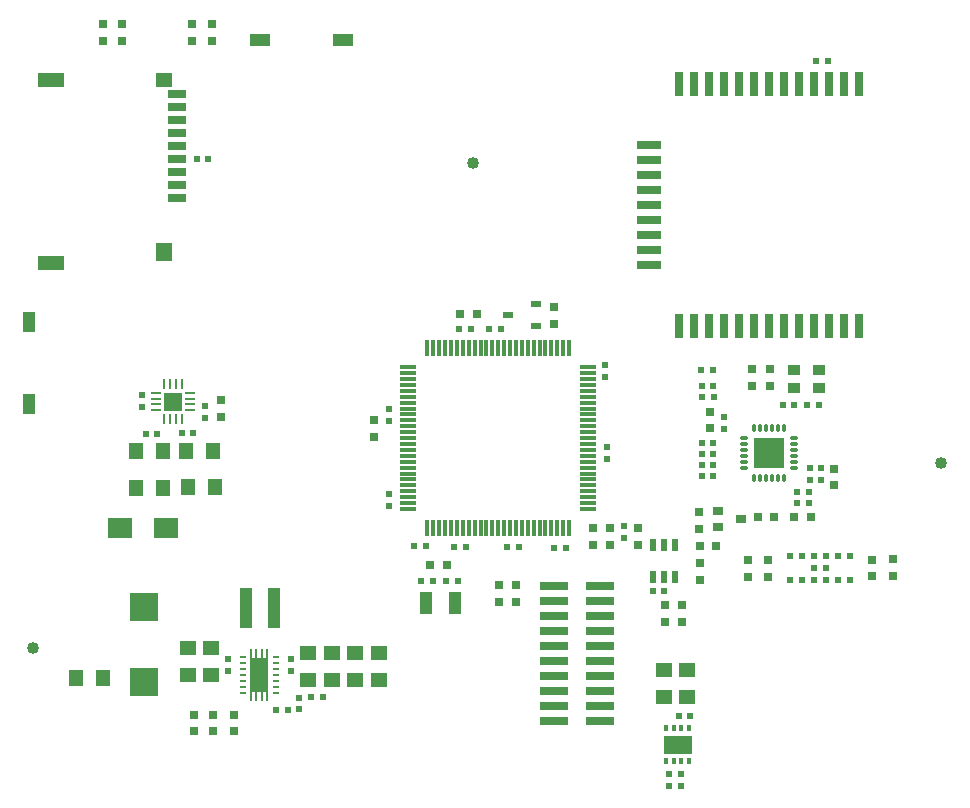
<source format=gtp>
G04 Layer_Color=8421504*
%FSTAX24Y24*%
%MOIN*%
G70*
G01*
G75*
%ADD10R,0.0236X0.0394*%
%ADD11R,0.0300X0.0300*%
%ADD12R,0.0945X0.0291*%
%ADD13R,0.0197X0.0236*%
%ADD14R,0.0236X0.0197*%
%ADD15R,0.0500X0.0550*%
%ADD16R,0.0300X0.0300*%
%ADD17R,0.0354X0.0276*%
%ADD18R,0.0550X0.0500*%
%ADD19O,0.0335X0.0098*%
%ADD20O,0.0098X0.0335*%
%ADD21R,0.0591X0.0591*%
%ADD22R,0.0575X0.0118*%
%ADD23R,0.0118X0.0575*%
%ADD24O,0.0315X0.0118*%
%ADD25O,0.0118X0.0315*%
%ADD26R,0.0984X0.0984*%
%ADD27R,0.0433X0.0748*%
%ADD28R,0.0394X0.0354*%
%ADD29R,0.0965X0.0965*%
%ADD30R,0.0386X0.1339*%
%ADD31R,0.0622X0.1122*%
%ADD32O,0.0236X0.0094*%
%ADD33R,0.0079X0.0335*%
%ADD34R,0.0118X0.0236*%
%ADD35R,0.0945X0.0622*%
%ADD36R,0.0394X0.0709*%
%ADD37C,0.0400*%
%ADD38R,0.0846X0.0650*%
%ADD39R,0.0866X0.0472*%
%ADD40R,0.0630X0.0276*%
%ADD41R,0.0551X0.0472*%
%ADD42R,0.0551X0.0630*%
%ADD43R,0.0709X0.0394*%
%ADD44R,0.0276X0.0787*%
%ADD45R,0.0787X0.0276*%
%ADD46R,0.0354X0.0236*%
D10*
X433303Y368323D02*
D03*
X433677D02*
D03*
X434051D02*
D03*
Y367241D02*
D03*
X433677D02*
D03*
X433303D02*
D03*
D11*
X428737Y366412D02*
D03*
X428177D02*
D03*
X428737Y366982D02*
D03*
X428177D02*
D03*
X438581Y369238D02*
D03*
X438021D02*
D03*
X426437Y367632D02*
D03*
X425877D02*
D03*
X433707Y366302D02*
D03*
X434267D02*
D03*
X433707Y365732D02*
D03*
X434267D02*
D03*
X436791Y369228D02*
D03*
X437351D02*
D03*
X434857Y368282D02*
D03*
X435417D02*
D03*
X426867Y376022D02*
D03*
X427427D02*
D03*
D12*
X431555Y362435D02*
D03*
Y362935D02*
D03*
Y363435D02*
D03*
Y363935D02*
D03*
Y364435D02*
D03*
Y364935D02*
D03*
Y365435D02*
D03*
Y365935D02*
D03*
Y366435D02*
D03*
Y366935D02*
D03*
X43002Y362435D02*
D03*
Y362935D02*
D03*
Y363435D02*
D03*
Y363935D02*
D03*
Y364435D02*
D03*
Y364935D02*
D03*
Y365435D02*
D03*
Y365935D02*
D03*
Y366435D02*
D03*
Y366935D02*
D03*
D13*
X418377Y372545D02*
D03*
Y372939D02*
D03*
X416267Y373309D02*
D03*
X416267Y372915D02*
D03*
X424517Y370009D02*
D03*
Y369615D02*
D03*
X431717Y373905D02*
D03*
Y374299D02*
D03*
X431757Y371175D02*
D03*
Y371569D02*
D03*
X432327Y368555D02*
D03*
Y368949D02*
D03*
X438525Y370885D02*
D03*
Y370491D02*
D03*
X438895D02*
D03*
Y370885D02*
D03*
X435677Y372185D02*
D03*
Y372579D02*
D03*
X438668Y367939D02*
D03*
Y367545D02*
D03*
X439088D02*
D03*
Y367939D02*
D03*
X421227Y364106D02*
D03*
Y3645D02*
D03*
X41913Y364513D02*
D03*
Y364119D02*
D03*
X421517Y36322D02*
D03*
Y362826D02*
D03*
X424507Y372435D02*
D03*
Y372829D02*
D03*
D14*
X417984Y372052D02*
D03*
X41759D02*
D03*
X416784Y372012D02*
D03*
X41639D02*
D03*
X42785Y375522D02*
D03*
X428244D02*
D03*
X425974Y367112D02*
D03*
X42558D02*
D03*
X425734Y368262D02*
D03*
X42534D02*
D03*
X426814Y367102D02*
D03*
X42642D02*
D03*
X427064Y368252D02*
D03*
X42667D02*
D03*
X428824Y368232D02*
D03*
X42843D02*
D03*
X430404Y368222D02*
D03*
X43001D02*
D03*
X43329Y366772D02*
D03*
X433684D02*
D03*
X438114Y369708D02*
D03*
X438508D02*
D03*
Y370078D02*
D03*
X438114D02*
D03*
X43416Y362602D02*
D03*
X434554D02*
D03*
X434224Y360672D02*
D03*
X43383D02*
D03*
X434224Y360282D02*
D03*
X43383D02*
D03*
X438447Y372982D02*
D03*
X438841D02*
D03*
X437627Y372992D02*
D03*
X438021D02*
D03*
X437886Y367942D02*
D03*
X43828D02*
D03*
X439466Y367952D02*
D03*
X43986D02*
D03*
X434924Y370618D02*
D03*
X435318D02*
D03*
X434924Y370982D02*
D03*
X435318D02*
D03*
X434924Y371345D02*
D03*
X435318D02*
D03*
X434924Y371708D02*
D03*
X435318D02*
D03*
X434934Y373238D02*
D03*
X435328D02*
D03*
X435318Y373618D02*
D03*
X434924D02*
D03*
X435314Y374142D02*
D03*
X43492D02*
D03*
X437886Y367142D02*
D03*
X43828D02*
D03*
X43986Y367152D02*
D03*
X439466D02*
D03*
X438681Y367142D02*
D03*
X439075D02*
D03*
X42075Y362813D02*
D03*
X421144D02*
D03*
X422304Y363243D02*
D03*
X42191D02*
D03*
X41809Y381182D02*
D03*
X418484D02*
D03*
X43873Y384452D02*
D03*
X439124D02*
D03*
X42684Y375522D02*
D03*
X427234D02*
D03*
D15*
X417727Y371452D02*
D03*
X418627D02*
D03*
X416967D02*
D03*
X416067Y371452D02*
D03*
X416987Y370202D02*
D03*
X416087D02*
D03*
X418697Y370232D02*
D03*
X417797D02*
D03*
X414987Y363872D02*
D03*
X414087D02*
D03*
D16*
X439355Y370298D02*
D03*
Y370858D02*
D03*
X435201Y372758D02*
D03*
Y372198D02*
D03*
X436614Y374172D02*
D03*
Y373612D02*
D03*
X415597Y385122D02*
D03*
Y385682D02*
D03*
X418607Y385682D02*
D03*
X418607Y385122D02*
D03*
X418897Y373142D02*
D03*
X418897Y372582D02*
D03*
X414967Y385682D02*
D03*
X414967Y385122D02*
D03*
X424007Y372472D02*
D03*
Y371912D02*
D03*
X431867Y368312D02*
D03*
Y368872D02*
D03*
X417947Y385682D02*
D03*
Y385122D02*
D03*
X432817Y368312D02*
D03*
Y368872D02*
D03*
X437194Y374172D02*
D03*
Y373612D02*
D03*
X434841Y368858D02*
D03*
Y369418D02*
D03*
X436467Y367812D02*
D03*
Y367252D02*
D03*
X437147Y367812D02*
D03*
Y367252D02*
D03*
X434857Y367152D02*
D03*
Y367712D02*
D03*
X441297Y367832D02*
D03*
Y367272D02*
D03*
X440607Y367822D02*
D03*
Y367262D02*
D03*
X419347Y362653D02*
D03*
Y362093D02*
D03*
X41801Y362096D02*
D03*
Y362656D02*
D03*
X418637Y362093D02*
D03*
Y362653D02*
D03*
X431297Y368872D02*
D03*
Y368312D02*
D03*
X430007Y376232D02*
D03*
Y375672D02*
D03*
D17*
X436235Y369178D02*
D03*
X435487Y368922D02*
D03*
Y369434D02*
D03*
D18*
X433667Y364142D02*
D03*
Y363242D02*
D03*
X434437Y364152D02*
D03*
Y363252D02*
D03*
X42182Y363796D02*
D03*
Y364696D02*
D03*
X4226Y363796D02*
D03*
Y364696D02*
D03*
X42338Y363796D02*
D03*
Y364696D02*
D03*
X42416Y363796D02*
D03*
Y364696D02*
D03*
X4178Y363966D02*
D03*
Y364866D02*
D03*
X41856Y363966D02*
D03*
Y364866D02*
D03*
D19*
X417888Y372797D02*
D03*
Y372994D02*
D03*
X417888Y37319D02*
D03*
Y373387D02*
D03*
X416746D02*
D03*
Y37319D02*
D03*
X416746Y372994D02*
D03*
Y372797D02*
D03*
D20*
X417613Y373663D02*
D03*
X417416D02*
D03*
X417219D02*
D03*
X417022D02*
D03*
Y372521D02*
D03*
X417219D02*
D03*
X417416D02*
D03*
X417613D02*
D03*
D21*
X417317Y373092D02*
D03*
D22*
X425145Y374234D02*
D03*
Y374037D02*
D03*
Y37384D02*
D03*
Y373644D02*
D03*
Y373447D02*
D03*
Y37325D02*
D03*
Y373053D02*
D03*
Y372856D02*
D03*
Y372659D02*
D03*
Y372463D02*
D03*
Y372266D02*
D03*
Y372069D02*
D03*
Y371872D02*
D03*
Y371675D02*
D03*
Y371478D02*
D03*
Y371281D02*
D03*
Y371085D02*
D03*
Y370888D02*
D03*
Y370691D02*
D03*
Y370494D02*
D03*
Y370297D02*
D03*
Y3701D02*
D03*
Y369903D02*
D03*
Y369707D02*
D03*
Y36951D02*
D03*
X431149D02*
D03*
Y369707D02*
D03*
Y369903D02*
D03*
Y3701D02*
D03*
Y370297D02*
D03*
Y370494D02*
D03*
Y370691D02*
D03*
Y370888D02*
D03*
Y371085D02*
D03*
Y371281D02*
D03*
Y371478D02*
D03*
Y371675D02*
D03*
Y371872D02*
D03*
Y372069D02*
D03*
Y372266D02*
D03*
Y372463D02*
D03*
Y372659D02*
D03*
Y372856D02*
D03*
Y373053D02*
D03*
Y37325D02*
D03*
Y373447D02*
D03*
Y373644D02*
D03*
Y37384D02*
D03*
Y374037D02*
D03*
Y374234D02*
D03*
D23*
X425785Y36887D02*
D03*
X425982D02*
D03*
X426179D02*
D03*
X426376D02*
D03*
X426573D02*
D03*
X426769D02*
D03*
X426966D02*
D03*
X427163D02*
D03*
X42736D02*
D03*
X427557D02*
D03*
X427754D02*
D03*
X42795D02*
D03*
X428147D02*
D03*
X428344D02*
D03*
X428541D02*
D03*
X428738D02*
D03*
X428935D02*
D03*
X429132D02*
D03*
X429328D02*
D03*
X429525D02*
D03*
X429722D02*
D03*
X429919D02*
D03*
X430116D02*
D03*
X430313D02*
D03*
X43051D02*
D03*
Y374874D02*
D03*
X430313D02*
D03*
X430116D02*
D03*
X429919D02*
D03*
X429722D02*
D03*
X429525D02*
D03*
X429328D02*
D03*
X429132D02*
D03*
X428935D02*
D03*
X428738D02*
D03*
X428541D02*
D03*
X428344D02*
D03*
X428147D02*
D03*
X42795D02*
D03*
X427754D02*
D03*
X427557D02*
D03*
X42736D02*
D03*
X427163D02*
D03*
X426966D02*
D03*
X426769D02*
D03*
X426573D02*
D03*
X426376D02*
D03*
X426179D02*
D03*
X425982D02*
D03*
X425785D02*
D03*
D24*
X438008Y370876D02*
D03*
Y371073D02*
D03*
Y37127D02*
D03*
Y371467D02*
D03*
Y371663D02*
D03*
Y37186D02*
D03*
X436354D02*
D03*
Y371663D02*
D03*
Y371467D02*
D03*
Y37127D02*
D03*
Y371073D02*
D03*
Y370876D02*
D03*
D25*
X437673Y372195D02*
D03*
X437476D02*
D03*
X43728D02*
D03*
X437083D02*
D03*
X436886D02*
D03*
X436689D02*
D03*
Y370541D02*
D03*
X436886D02*
D03*
X437083D02*
D03*
X43728D02*
D03*
X437476D02*
D03*
X437673D02*
D03*
D26*
X437181Y371368D02*
D03*
D27*
X425725Y366392D02*
D03*
X426709D02*
D03*
D28*
X438001Y373527D02*
D03*
X438847D02*
D03*
Y374137D02*
D03*
X438001D02*
D03*
D29*
X416329Y363743D02*
D03*
Y366243D02*
D03*
D30*
X419731Y366202D02*
D03*
X420664D02*
D03*
D31*
X420177Y363972D02*
D03*
D32*
X419626Y364563D02*
D03*
Y364366D02*
D03*
Y364169D02*
D03*
Y363972D02*
D03*
Y363775D02*
D03*
Y363578D02*
D03*
Y363381D02*
D03*
X420728Y364563D02*
D03*
Y364366D02*
D03*
Y364169D02*
D03*
Y363972D02*
D03*
Y363775D02*
D03*
Y363578D02*
D03*
Y363381D02*
D03*
D33*
X420449Y364681D02*
D03*
X419905D02*
D03*
X420268D02*
D03*
X420086D02*
D03*
X420087Y363265D02*
D03*
X420268D02*
D03*
X419906D02*
D03*
X420449D02*
D03*
D34*
X433743Y361101D02*
D03*
X433999D02*
D03*
X434255D02*
D03*
X434511D02*
D03*
X433743Y362203D02*
D03*
X433999D02*
D03*
X434255D02*
D03*
X434511D02*
D03*
D35*
X434127Y361652D02*
D03*
D36*
X412507Y37575D02*
D03*
Y372994D02*
D03*
D37*
X412637Y364892D02*
D03*
X427297Y381042D02*
D03*
X442917Y371052D02*
D03*
D38*
X41554Y368892D02*
D03*
X417075D02*
D03*
D39*
X413227Y383824D02*
D03*
Y377722D02*
D03*
D40*
X41744Y383352D02*
D03*
Y382919D02*
D03*
Y382486D02*
D03*
Y382053D02*
D03*
Y38162D02*
D03*
Y381187D02*
D03*
Y380753D02*
D03*
Y38032D02*
D03*
Y379887D02*
D03*
D41*
X417007Y383824D02*
D03*
D42*
X417007Y378076D02*
D03*
D43*
X420219Y385142D02*
D03*
X422975D02*
D03*
D44*
X440187Y375597D02*
D03*
X439687Y375597D02*
D03*
X439187Y375597D02*
D03*
X438687Y375597D02*
D03*
X438187D02*
D03*
X437687Y375597D02*
D03*
X437187Y375597D02*
D03*
X436687Y375597D02*
D03*
X436187Y375597D02*
D03*
X435687Y375597D02*
D03*
X435187Y375597D02*
D03*
X434687Y375597D02*
D03*
X434187Y375597D02*
D03*
X434187Y383692D02*
D03*
X440187Y383692D02*
D03*
X439687D02*
D03*
X439187Y383692D02*
D03*
X438687Y383692D02*
D03*
X438187Y383692D02*
D03*
X437687Y383692D02*
D03*
X437187Y383692D02*
D03*
X436687D02*
D03*
X436187Y383692D02*
D03*
X435687Y383692D02*
D03*
X435187Y383692D02*
D03*
X434687D02*
D03*
D45*
X433187Y377645D02*
D03*
X433187Y378145D02*
D03*
X433187Y378645D02*
D03*
X433187Y379145D02*
D03*
Y379657D02*
D03*
Y380145D02*
D03*
X433187Y380645D02*
D03*
X433187Y381145D02*
D03*
X433187Y381645D02*
D03*
D46*
X428485Y375982D02*
D03*
X42939Y376356D02*
D03*
Y375608D02*
D03*
M02*

</source>
